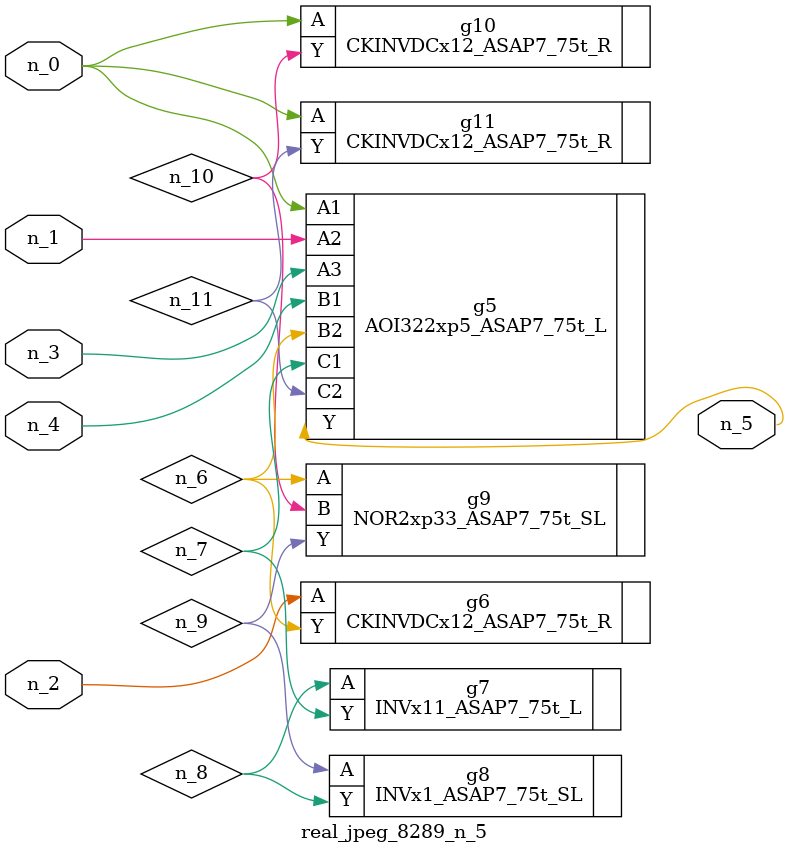
<source format=v>
module real_jpeg_8289_n_5 (n_4, n_0, n_1, n_2, n_3, n_5);

input n_4;
input n_0;
input n_1;
input n_2;
input n_3;

output n_5;

wire n_8;
wire n_11;
wire n_6;
wire n_7;
wire n_10;
wire n_9;

AOI322xp5_ASAP7_75t_L g5 ( 
.A1(n_0),
.A2(n_1),
.A3(n_3),
.B1(n_4),
.B2(n_6),
.C1(n_7),
.C2(n_11),
.Y(n_5)
);

CKINVDCx12_ASAP7_75t_R g10 ( 
.A(n_0),
.Y(n_10)
);

CKINVDCx12_ASAP7_75t_R g11 ( 
.A(n_0),
.Y(n_11)
);

CKINVDCx12_ASAP7_75t_R g6 ( 
.A(n_2),
.Y(n_6)
);

NOR2xp33_ASAP7_75t_SL g9 ( 
.A(n_6),
.B(n_10),
.Y(n_9)
);

INVx11_ASAP7_75t_L g7 ( 
.A(n_8),
.Y(n_7)
);

INVx1_ASAP7_75t_SL g8 ( 
.A(n_9),
.Y(n_8)
);


endmodule
</source>
